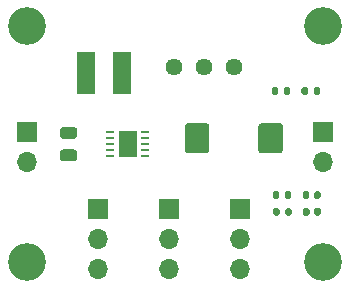
<source format=gbr>
%TF.GenerationSoftware,KiCad,Pcbnew,(5.1.9)-1*%
%TF.CreationDate,2021-12-07T16:03:42+01:00*%
%TF.ProjectId,max8815_00,6d617838-3831-4355-9f30-302e6b696361,rev?*%
%TF.SameCoordinates,Original*%
%TF.FileFunction,Soldermask,Top*%
%TF.FilePolarity,Negative*%
%FSLAX46Y46*%
G04 Gerber Fmt 4.6, Leading zero omitted, Abs format (unit mm)*
G04 Created by KiCad (PCBNEW (5.1.9)-1) date 2021-12-07 16:03:42*
%MOMM*%
%LPD*%
G01*
G04 APERTURE LIST*
%ADD10C,3.200000*%
%ADD11R,1.500000X3.600000*%
%ADD12O,1.700000X1.700000*%
%ADD13R,1.700000X1.700000*%
%ADD14R,1.500000X2.300000*%
%ADD15R,0.760000X0.270000*%
%ADD16C,1.440000*%
G04 APERTURE END LIST*
%TO.C,R4*%
G36*
G01*
X136345900Y-112427600D02*
X136345900Y-112057600D01*
G75*
G02*
X136480900Y-111922600I135000J0D01*
G01*
X136750900Y-111922600D01*
G75*
G02*
X136885900Y-112057600I0J-135000D01*
G01*
X136885900Y-112427600D01*
G75*
G02*
X136750900Y-112562600I-135000J0D01*
G01*
X136480900Y-112562600D01*
G75*
G02*
X136345900Y-112427600I0J135000D01*
G01*
G37*
G36*
G01*
X135325900Y-112427600D02*
X135325900Y-112057600D01*
G75*
G02*
X135460900Y-111922600I135000J0D01*
G01*
X135730900Y-111922600D01*
G75*
G02*
X135865900Y-112057600I0J-135000D01*
G01*
X135865900Y-112427600D01*
G75*
G02*
X135730900Y-112562600I-135000J0D01*
G01*
X135460900Y-112562600D01*
G75*
G02*
X135325900Y-112427600I0J135000D01*
G01*
G37*
%TD*%
%TO.C,D1*%
G36*
G01*
X138405100Y-112057400D02*
X138405100Y-112402400D01*
G75*
G02*
X138257600Y-112549900I-147500J0D01*
G01*
X137962600Y-112549900D01*
G75*
G02*
X137815100Y-112402400I0J147500D01*
G01*
X137815100Y-112057400D01*
G75*
G02*
X137962600Y-111909900I147500J0D01*
G01*
X138257600Y-111909900D01*
G75*
G02*
X138405100Y-112057400I0J-147500D01*
G01*
G37*
G36*
G01*
X139375100Y-112057400D02*
X139375100Y-112402400D01*
G75*
G02*
X139227600Y-112549900I-147500J0D01*
G01*
X138932600Y-112549900D01*
G75*
G02*
X138785100Y-112402400I0J147500D01*
G01*
X138785100Y-112057400D01*
G75*
G02*
X138932600Y-111909900I147500J0D01*
G01*
X139227600Y-111909900D01*
G75*
G02*
X139375100Y-112057400I0J-147500D01*
G01*
G37*
%TD*%
D10*
%TO.C,J9*%
X139500000Y-116500000D03*
%TD*%
%TO.C,J8*%
X114500000Y-116500000D03*
%TD*%
%TO.C,J7*%
X139500000Y-96500000D03*
%TD*%
%TO.C,J6*%
X114500000Y-96500000D03*
%TD*%
D11*
%TO.C,L1*%
X119475000Y-100500000D03*
X122525000Y-100500000D03*
%TD*%
%TO.C,R1*%
G36*
G01*
X136240000Y-102185000D02*
X136240000Y-101815000D01*
G75*
G02*
X136375000Y-101680000I135000J0D01*
G01*
X136645000Y-101680000D01*
G75*
G02*
X136780000Y-101815000I0J-135000D01*
G01*
X136780000Y-102185000D01*
G75*
G02*
X136645000Y-102320000I-135000J0D01*
G01*
X136375000Y-102320000D01*
G75*
G02*
X136240000Y-102185000I0J135000D01*
G01*
G37*
G36*
G01*
X135220000Y-102185000D02*
X135220000Y-101815000D01*
G75*
G02*
X135355000Y-101680000I135000J0D01*
G01*
X135625000Y-101680000D01*
G75*
G02*
X135760000Y-101815000I0J-135000D01*
G01*
X135760000Y-102185000D01*
G75*
G02*
X135625000Y-102320000I-135000J0D01*
G01*
X135355000Y-102320000D01*
G75*
G02*
X135220000Y-102185000I0J135000D01*
G01*
G37*
%TD*%
D12*
%TO.C,J4*%
X126500000Y-117080000D03*
X126500000Y-114540000D03*
D13*
X126500000Y-112000000D03*
%TD*%
D12*
%TO.C,J3*%
X120500000Y-117080000D03*
X120500000Y-114540000D03*
D13*
X120500000Y-112000000D03*
%TD*%
D12*
%TO.C,OUT*%
X139500000Y-108040000D03*
D13*
X139500000Y-105500000D03*
%TD*%
%TO.C,C3*%
G36*
G01*
X138776200Y-110988900D02*
X138776200Y-110648900D01*
G75*
G02*
X138916200Y-110508900I140000J0D01*
G01*
X139196200Y-110508900D01*
G75*
G02*
X139336200Y-110648900I0J-140000D01*
G01*
X139336200Y-110988900D01*
G75*
G02*
X139196200Y-111128900I-140000J0D01*
G01*
X138916200Y-111128900D01*
G75*
G02*
X138776200Y-110988900I0J140000D01*
G01*
G37*
G36*
G01*
X137816200Y-110988900D02*
X137816200Y-110648900D01*
G75*
G02*
X137956200Y-110508900I140000J0D01*
G01*
X138236200Y-110508900D01*
G75*
G02*
X138376200Y-110648900I0J-140000D01*
G01*
X138376200Y-110988900D01*
G75*
G02*
X138236200Y-111128900I-140000J0D01*
G01*
X137956200Y-111128900D01*
G75*
G02*
X137816200Y-110988900I0J140000D01*
G01*
G37*
%TD*%
%TO.C,C2*%
G36*
G01*
X129925000Y-104975000D02*
X129925000Y-107025000D01*
G75*
G02*
X129675000Y-107275000I-250000J0D01*
G01*
X128100000Y-107275000D01*
G75*
G02*
X127850000Y-107025000I0J250000D01*
G01*
X127850000Y-104975000D01*
G75*
G02*
X128100000Y-104725000I250000J0D01*
G01*
X129675000Y-104725000D01*
G75*
G02*
X129925000Y-104975000I0J-250000D01*
G01*
G37*
G36*
G01*
X136150000Y-104975000D02*
X136150000Y-107025000D01*
G75*
G02*
X135900000Y-107275000I-250000J0D01*
G01*
X134325000Y-107275000D01*
G75*
G02*
X134075000Y-107025000I0J250000D01*
G01*
X134075000Y-104975000D01*
G75*
G02*
X134325000Y-104725000I250000J0D01*
G01*
X135900000Y-104725000D01*
G75*
G02*
X136150000Y-104975000I0J-250000D01*
G01*
G37*
%TD*%
%TO.C,C1*%
G36*
G01*
X117525000Y-106950000D02*
X118475000Y-106950000D01*
G75*
G02*
X118725000Y-107200000I0J-250000D01*
G01*
X118725000Y-107700000D01*
G75*
G02*
X118475000Y-107950000I-250000J0D01*
G01*
X117525000Y-107950000D01*
G75*
G02*
X117275000Y-107700000I0J250000D01*
G01*
X117275000Y-107200000D01*
G75*
G02*
X117525000Y-106950000I250000J0D01*
G01*
G37*
G36*
G01*
X117525000Y-105050000D02*
X118475000Y-105050000D01*
G75*
G02*
X118725000Y-105300000I0J-250000D01*
G01*
X118725000Y-105800000D01*
G75*
G02*
X118475000Y-106050000I-250000J0D01*
G01*
X117525000Y-106050000D01*
G75*
G02*
X117275000Y-105800000I0J250000D01*
G01*
X117275000Y-105300000D01*
G75*
G02*
X117525000Y-105050000I250000J0D01*
G01*
G37*
%TD*%
D14*
%TO.C,U1*%
X123000000Y-106500000D03*
D15*
X124485000Y-105500000D03*
X124485000Y-106000000D03*
X124485000Y-106500000D03*
X124485000Y-107000000D03*
X124485000Y-107500000D03*
X121515000Y-107500000D03*
X121515000Y-107000000D03*
X121515000Y-106500000D03*
X121515000Y-106000000D03*
X121515000Y-105500000D03*
%TD*%
D16*
%TO.C,RV1*%
X126920000Y-100000000D03*
X129460000Y-100000000D03*
X132000000Y-100000000D03*
%TD*%
%TO.C,R3*%
G36*
G01*
X135836200Y-110633900D02*
X135836200Y-111003900D01*
G75*
G02*
X135701200Y-111138900I-135000J0D01*
G01*
X135431200Y-111138900D01*
G75*
G02*
X135296200Y-111003900I0J135000D01*
G01*
X135296200Y-110633900D01*
G75*
G02*
X135431200Y-110498900I135000J0D01*
G01*
X135701200Y-110498900D01*
G75*
G02*
X135836200Y-110633900I0J-135000D01*
G01*
G37*
G36*
G01*
X136856200Y-110633900D02*
X136856200Y-111003900D01*
G75*
G02*
X136721200Y-111138900I-135000J0D01*
G01*
X136451200Y-111138900D01*
G75*
G02*
X136316200Y-111003900I0J135000D01*
G01*
X136316200Y-110633900D01*
G75*
G02*
X136451200Y-110498900I135000J0D01*
G01*
X136721200Y-110498900D01*
G75*
G02*
X136856200Y-110633900I0J-135000D01*
G01*
G37*
%TD*%
%TO.C,R2*%
G36*
G01*
X138740000Y-102185000D02*
X138740000Y-101815000D01*
G75*
G02*
X138875000Y-101680000I135000J0D01*
G01*
X139145000Y-101680000D01*
G75*
G02*
X139280000Y-101815000I0J-135000D01*
G01*
X139280000Y-102185000D01*
G75*
G02*
X139145000Y-102320000I-135000J0D01*
G01*
X138875000Y-102320000D01*
G75*
G02*
X138740000Y-102185000I0J135000D01*
G01*
G37*
G36*
G01*
X137720000Y-102185000D02*
X137720000Y-101815000D01*
G75*
G02*
X137855000Y-101680000I135000J0D01*
G01*
X138125000Y-101680000D01*
G75*
G02*
X138260000Y-101815000I0J-135000D01*
G01*
X138260000Y-102185000D01*
G75*
G02*
X138125000Y-102320000I-135000J0D01*
G01*
X137855000Y-102320000D01*
G75*
G02*
X137720000Y-102185000I0J135000D01*
G01*
G37*
%TD*%
D12*
%TO.C,J5*%
X132500000Y-117080000D03*
X132500000Y-114540000D03*
D13*
X132500000Y-112000000D03*
%TD*%
D12*
%TO.C,IN*%
X114500000Y-108040000D03*
D13*
X114500000Y-105500000D03*
%TD*%
M02*

</source>
